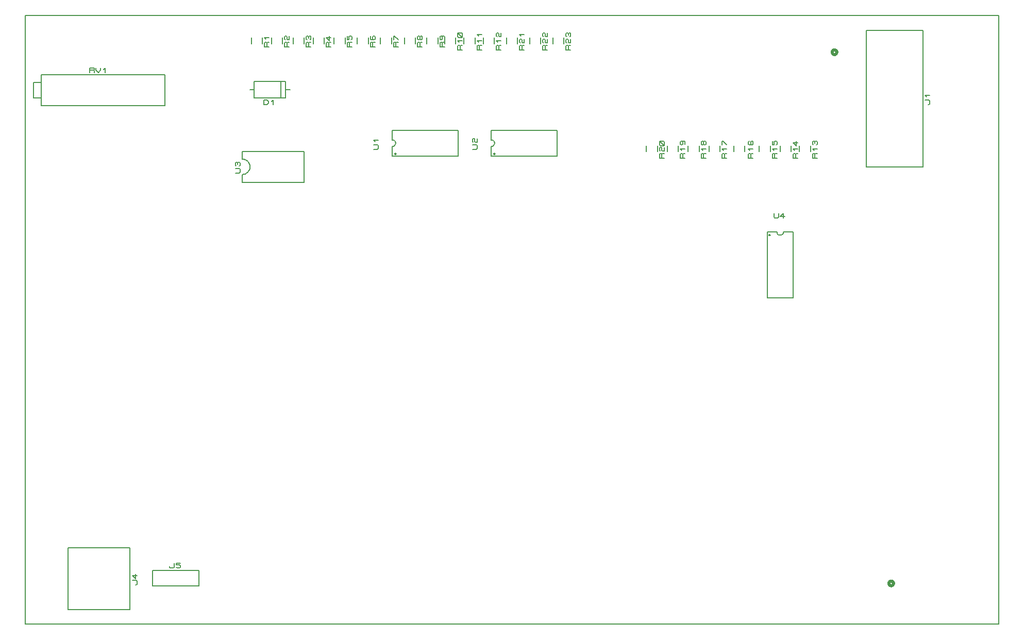
<source format=gbr>
G04 PROTEUS GERBER X2 FILE*
%TF.GenerationSoftware,Labcenter,Proteus,8.13-SP0-Build31525*%
%TF.CreationDate,2024-05-27T19:39:57+00:00*%
%TF.FileFunction,Legend,Top*%
%TF.FilePolarity,Positive*%
%TF.Part,Single*%
%TF.SameCoordinates,{9f387fc5-f7ba-42a6-a927-b5c1fa408f1c}*%
%FSLAX45Y45*%
%MOMM*%
G01*
%TA.AperFunction,Profile*%
%ADD25C,0.203200*%
%TA.AperFunction,Material*%
%ADD28C,0.203200*%
%ADD29C,0.508000*%
%ADD72C,0.152400*%
%ADD73C,0.200000*%
%TD.AperFunction*%
D25*
X-8000000Y-5000000D02*
X+8000000Y-5000000D01*
X+8000000Y+5000000D01*
X-8000000Y+5000000D01*
X-8000000Y-5000000D01*
D28*
X-4234180Y+3649980D02*
X-3716020Y+3649980D01*
X-3716020Y+3916680D01*
X-4234180Y+3916680D01*
X-4234180Y+3649980D01*
X-3797300Y+3652520D02*
X-3797300Y+3914140D01*
X-3644900Y+3784600D02*
X-3716020Y+3784600D01*
X-4234180Y+3784600D02*
X-4305300Y+3784600D01*
X-4076700Y+3538220D02*
X-4076700Y+3614420D01*
X-4025900Y+3614420D01*
X-4000500Y+3589020D01*
X-4000500Y+3563620D01*
X-4025900Y+3538220D01*
X-4076700Y+3538220D01*
X-3949700Y+3589020D02*
X-3924300Y+3614420D01*
X-3924300Y+3538220D01*
D29*
X+5336540Y+4396740D02*
X+5336409Y+4399898D01*
X+5335343Y+4406216D01*
X+5333112Y+4412534D01*
X+5329467Y+4418852D01*
X+5323892Y+4425091D01*
X+5317574Y+4429687D01*
X+5311256Y+4432620D01*
X+5304938Y+4434282D01*
X+5298620Y+4434840D01*
X+5298440Y+4434840D01*
X+5260340Y+4396740D02*
X+5260471Y+4399898D01*
X+5261537Y+4406216D01*
X+5263768Y+4412534D01*
X+5267413Y+4418852D01*
X+5272988Y+4425091D01*
X+5279306Y+4429687D01*
X+5285624Y+4432620D01*
X+5291942Y+4434282D01*
X+5298260Y+4434840D01*
X+5298440Y+4434840D01*
X+5260340Y+4396740D02*
X+5260471Y+4393582D01*
X+5261537Y+4387264D01*
X+5263768Y+4380946D01*
X+5267413Y+4374628D01*
X+5272988Y+4368389D01*
X+5279306Y+4363793D01*
X+5285624Y+4360860D01*
X+5291942Y+4359198D01*
X+5298260Y+4358640D01*
X+5298440Y+4358640D01*
X+5336540Y+4396740D02*
X+5336409Y+4393582D01*
X+5335343Y+4387264D01*
X+5333112Y+4380946D01*
X+5329467Y+4374628D01*
X+5323892Y+4368389D01*
X+5317574Y+4363793D01*
X+5311256Y+4360860D01*
X+5304938Y+4359198D01*
X+5298620Y+4358640D01*
X+5298440Y+4358640D01*
D72*
X+5821680Y+4757420D02*
X+5821680Y+2512060D01*
X+6753860Y+2512060D01*
X+6753860Y+4757420D01*
X+5821680Y+4757420D01*
D28*
X+6837680Y+3533140D02*
X+6850380Y+3533140D01*
X+6863080Y+3545840D01*
X+6863080Y+3596640D01*
X+6850380Y+3609340D01*
X+6786880Y+3609340D01*
X+6812280Y+3660140D02*
X+6786880Y+3685540D01*
X+6863080Y+3685540D01*
X-6273800Y-3746500D02*
X-7289800Y-3746500D01*
X-6273800Y-4762500D02*
X-7289800Y-4762500D01*
X-7289800Y-3746500D02*
X-7289800Y-4762500D01*
X-6273800Y-3746500D02*
X-6273800Y-4762500D01*
X-6187440Y-4356100D02*
X-6174740Y-4356100D01*
X-6162040Y-4343400D01*
X-6162040Y-4292600D01*
X-6174740Y-4279900D01*
X-6238240Y-4279900D01*
X-6187440Y-4178300D02*
X-6187440Y-4254500D01*
X-6238240Y-4203700D01*
X-6162040Y-4203700D01*
X-4432300Y+2641600D02*
X-4432300Y+2768600D01*
X-3416300Y+2768600D01*
X-3416300Y+2260600D01*
X-4432300Y+2260600D01*
X-4432300Y+2387600D01*
X-4305300Y+2514600D02*
X-4307736Y+2540476D01*
X-4314785Y+2564448D01*
X-4326062Y+2586038D01*
X-4341178Y+2604770D01*
X-4359746Y+2620169D01*
X-4381381Y+2631758D01*
X-4405694Y+2639060D01*
X-4432300Y+2641600D01*
X-4305300Y+2514600D02*
X-4307736Y+2487994D01*
X-4314785Y+2463681D01*
X-4326062Y+2442046D01*
X-4341178Y+2423478D01*
X-4359746Y+2408362D01*
X-4381381Y+2397085D01*
X-4405694Y+2390036D01*
X-4432300Y+2387600D01*
X-4544060Y+2413000D02*
X-4480560Y+2413000D01*
X-4467860Y+2425700D01*
X-4467860Y+2476500D01*
X-4480560Y+2489200D01*
X-4544060Y+2489200D01*
X-4531360Y+2527300D02*
X-4544060Y+2540000D01*
X-4544060Y+2578100D01*
X-4531360Y+2590800D01*
X-4518660Y+2590800D01*
X-4505960Y+2578100D01*
X-4493260Y+2590800D01*
X-4480560Y+2590800D01*
X-4467860Y+2578100D01*
X-4467860Y+2540000D01*
X-4480560Y+2527300D01*
X-4505960Y+2552700D02*
X-4505960Y+2578100D01*
D29*
X+6268720Y-4330700D02*
X+6268589Y-4327542D01*
X+6267523Y-4321224D01*
X+6265292Y-4314906D01*
X+6261647Y-4308588D01*
X+6256072Y-4302349D01*
X+6249754Y-4297753D01*
X+6243436Y-4294820D01*
X+6237118Y-4293158D01*
X+6230800Y-4292600D01*
X+6230620Y-4292600D01*
X+6192520Y-4330700D02*
X+6192651Y-4327542D01*
X+6193717Y-4321224D01*
X+6195948Y-4314906D01*
X+6199593Y-4308588D01*
X+6205168Y-4302349D01*
X+6211486Y-4297753D01*
X+6217804Y-4294820D01*
X+6224122Y-4293158D01*
X+6230440Y-4292600D01*
X+6230620Y-4292600D01*
X+6192520Y-4330700D02*
X+6192651Y-4333858D01*
X+6193717Y-4340176D01*
X+6195948Y-4346494D01*
X+6199593Y-4352812D01*
X+6205168Y-4359051D01*
X+6211486Y-4363647D01*
X+6217804Y-4366580D01*
X+6224122Y-4368242D01*
X+6230440Y-4368800D01*
X+6230620Y-4368800D01*
X+6268720Y-4330700D02*
X+6268589Y-4333858D01*
X+6267523Y-4340176D01*
X+6265292Y-4346494D01*
X+6261647Y-4352812D01*
X+6256072Y-4359051D01*
X+6249754Y-4363647D01*
X+6243436Y-4366580D01*
X+6237118Y-4368242D01*
X+6230800Y-4368800D01*
X+6230620Y-4368800D01*
D28*
X-7734300Y+3517900D02*
X-5702300Y+3517900D01*
X-5702300Y+4025900D01*
X-7734300Y+4025900D01*
X-7734300Y+3517900D01*
X-7861300Y+3644900D02*
X-7734300Y+3644900D01*
X-7734300Y+3898900D01*
X-7861300Y+3898900D01*
X-7861300Y+3644900D01*
X-6934200Y+4061460D02*
X-6934200Y+4137660D01*
X-6870700Y+4137660D01*
X-6858000Y+4124960D01*
X-6858000Y+4112260D01*
X-6870700Y+4099560D01*
X-6934200Y+4099560D01*
X-6870700Y+4099560D02*
X-6858000Y+4086860D01*
X-6858000Y+4061460D01*
X-6832600Y+4137660D02*
X-6832600Y+4099560D01*
X-6794500Y+4061460D01*
X-6756400Y+4099560D01*
X-6756400Y+4137660D01*
X-6705600Y+4112260D02*
X-6680200Y+4137660D01*
X-6680200Y+4061460D01*
X-1963420Y+2693148D02*
X-1963420Y+2850310D01*
X-1942802Y+2854352D01*
X-1926175Y+2865454D01*
X-1915074Y+2882081D01*
X-1911032Y+2902698D01*
X-1963420Y+2955086D02*
X-1942802Y+2951044D01*
X-1926175Y+2939942D01*
X-1915074Y+2923315D01*
X-1911032Y+2902698D01*
X-1963420Y+2955086D02*
X-1963420Y+3112248D01*
X-881380Y+2769348D02*
X-881380Y+3036048D01*
X-1930400Y+2693148D02*
X-914400Y+2693148D01*
X-1930400Y+3112248D02*
X-914400Y+3112248D01*
X-1930400Y+2693148D02*
X-1963420Y+2693148D01*
X-1963420Y+3112248D02*
X-1930400Y+3112248D01*
X-881380Y+3036048D02*
X-881380Y+3112248D01*
X-914400Y+3112248D01*
X-914400Y+2693148D02*
X-881380Y+2693148D01*
X-881380Y+2769348D01*
X-1903984Y+2728708D02*
X-1904019Y+2729553D01*
X-1904306Y+2731244D01*
X-1904905Y+2732935D01*
X-1905885Y+2734626D01*
X-1907385Y+2736294D01*
X-1909076Y+2737514D01*
X-1910767Y+2738290D01*
X-1912458Y+2738727D01*
X-1914144Y+2738868D01*
X-1924304Y+2728708D02*
X-1924269Y+2729553D01*
X-1923982Y+2731244D01*
X-1923383Y+2732935D01*
X-1922403Y+2734626D01*
X-1920903Y+2736294D01*
X-1919212Y+2737514D01*
X-1917521Y+2738290D01*
X-1915830Y+2738727D01*
X-1914144Y+2738868D01*
X-1924304Y+2728708D02*
X-1924269Y+2727863D01*
X-1923982Y+2726172D01*
X-1923383Y+2724481D01*
X-1922403Y+2722790D01*
X-1920903Y+2721122D01*
X-1919212Y+2719902D01*
X-1917521Y+2719126D01*
X-1915830Y+2718689D01*
X-1914144Y+2718548D01*
X-1903984Y+2728708D02*
X-1904019Y+2727863D01*
X-1904306Y+2726172D01*
X-1904905Y+2724481D01*
X-1905885Y+2722790D01*
X-1907385Y+2721122D01*
X-1909076Y+2719902D01*
X-1910767Y+2719126D01*
X-1912458Y+2718689D01*
X-1914144Y+2718548D01*
X-2273300Y+2801098D02*
X-2209800Y+2801098D01*
X-2197100Y+2813798D01*
X-2197100Y+2864598D01*
X-2209800Y+2877298D01*
X-2273300Y+2877298D01*
X-2247900Y+2928098D02*
X-2273300Y+2953498D01*
X-2197100Y+2953498D01*
D73*
X-4281000Y+4636813D02*
X-4281000Y+4536813D01*
X-4101000Y+4636813D02*
X-4101000Y+4536813D01*
D28*
X-3989400Y+4485213D02*
X-4065600Y+4485213D01*
X-4065600Y+4548713D01*
X-4052900Y+4561413D01*
X-4040200Y+4561413D01*
X-4027500Y+4548713D01*
X-4027500Y+4485213D01*
X-4027500Y+4548713D02*
X-4014800Y+4561413D01*
X-3989400Y+4561413D01*
X-4040200Y+4612213D02*
X-4065600Y+4637613D01*
X-3989400Y+4637613D01*
D73*
X-3950800Y+4636813D02*
X-3950800Y+4536813D01*
X-3770800Y+4636813D02*
X-3770800Y+4536813D01*
D28*
X-3659200Y+4485213D02*
X-3735400Y+4485213D01*
X-3735400Y+4548713D01*
X-3722700Y+4561413D01*
X-3710000Y+4561413D01*
X-3697300Y+4548713D01*
X-3697300Y+4485213D01*
X-3697300Y+4548713D02*
X-3684600Y+4561413D01*
X-3659200Y+4561413D01*
X-3722700Y+4599513D02*
X-3735400Y+4612213D01*
X-3735400Y+4650313D01*
X-3722700Y+4663013D01*
X-3710000Y+4663013D01*
X-3697300Y+4650313D01*
X-3697300Y+4612213D01*
X-3684600Y+4599513D01*
X-3659200Y+4599513D01*
X-3659200Y+4663013D01*
D73*
X-3595200Y+4636813D02*
X-3595200Y+4536813D01*
X-3415200Y+4636813D02*
X-3415200Y+4536813D01*
D28*
X-3303600Y+4485213D02*
X-3379800Y+4485213D01*
X-3379800Y+4548713D01*
X-3367100Y+4561413D01*
X-3354400Y+4561413D01*
X-3341700Y+4548713D01*
X-3341700Y+4485213D01*
X-3341700Y+4548713D02*
X-3329000Y+4561413D01*
X-3303600Y+4561413D01*
X-3367100Y+4599513D02*
X-3379800Y+4612213D01*
X-3379800Y+4650313D01*
X-3367100Y+4663013D01*
X-3354400Y+4663013D01*
X-3341700Y+4650313D01*
X-3329000Y+4663013D01*
X-3316300Y+4663013D01*
X-3303600Y+4650313D01*
X-3303600Y+4612213D01*
X-3316300Y+4599513D01*
X-3341700Y+4624913D02*
X-3341700Y+4650313D01*
D73*
X-3265000Y+4636813D02*
X-3265000Y+4536813D01*
X-3085000Y+4636813D02*
X-3085000Y+4536813D01*
D28*
X-2973400Y+4485213D02*
X-3049600Y+4485213D01*
X-3049600Y+4548713D01*
X-3036900Y+4561413D01*
X-3024200Y+4561413D01*
X-3011500Y+4548713D01*
X-3011500Y+4485213D01*
X-3011500Y+4548713D02*
X-2998800Y+4561413D01*
X-2973400Y+4561413D01*
X-2998800Y+4663013D02*
X-2998800Y+4586813D01*
X-3049600Y+4637613D01*
X-2973400Y+4637613D01*
D73*
X-2922100Y+4636813D02*
X-2922100Y+4536813D01*
X-2742100Y+4636813D02*
X-2742100Y+4536813D01*
D28*
X-2630500Y+4485213D02*
X-2706700Y+4485213D01*
X-2706700Y+4548713D01*
X-2694000Y+4561413D01*
X-2681300Y+4561413D01*
X-2668600Y+4548713D01*
X-2668600Y+4485213D01*
X-2668600Y+4548713D02*
X-2655900Y+4561413D01*
X-2630500Y+4561413D01*
X-2706700Y+4663013D02*
X-2706700Y+4599513D01*
X-2681300Y+4599513D01*
X-2681300Y+4650313D01*
X-2668600Y+4663013D01*
X-2643200Y+4663013D01*
X-2630500Y+4650313D01*
X-2630500Y+4612213D01*
X-2643200Y+4599513D01*
D73*
X-2541100Y+4636813D02*
X-2541100Y+4536813D01*
X-2361100Y+4636813D02*
X-2361100Y+4536813D01*
D28*
X-2249500Y+4485213D02*
X-2325700Y+4485213D01*
X-2325700Y+4548713D01*
X-2313000Y+4561413D01*
X-2300300Y+4561413D01*
X-2287600Y+4548713D01*
X-2287600Y+4485213D01*
X-2287600Y+4548713D02*
X-2274900Y+4561413D01*
X-2249500Y+4561413D01*
X-2313000Y+4663013D02*
X-2325700Y+4650313D01*
X-2325700Y+4612213D01*
X-2313000Y+4599513D01*
X-2262200Y+4599513D01*
X-2249500Y+4612213D01*
X-2249500Y+4650313D01*
X-2262200Y+4663013D01*
X-2274900Y+4663013D01*
X-2287600Y+4650313D01*
X-2287600Y+4599513D01*
D73*
X-2160100Y+4636813D02*
X-2160100Y+4536813D01*
X-1980100Y+4636813D02*
X-1980100Y+4536813D01*
D28*
X-1868500Y+4485213D02*
X-1944700Y+4485213D01*
X-1944700Y+4548713D01*
X-1932000Y+4561413D01*
X-1919300Y+4561413D01*
X-1906600Y+4548713D01*
X-1906600Y+4485213D01*
X-1906600Y+4548713D02*
X-1893900Y+4561413D01*
X-1868500Y+4561413D01*
X-1944700Y+4599513D02*
X-1944700Y+4663013D01*
X-1932000Y+4663013D01*
X-1868500Y+4599513D01*
D73*
X-1766400Y+4636813D02*
X-1766400Y+4536813D01*
X-1586400Y+4636813D02*
X-1586400Y+4536813D01*
D28*
X-1474800Y+4485213D02*
X-1551000Y+4485213D01*
X-1551000Y+4548713D01*
X-1538300Y+4561413D01*
X-1525600Y+4561413D01*
X-1512900Y+4548713D01*
X-1512900Y+4485213D01*
X-1512900Y+4548713D02*
X-1500200Y+4561413D01*
X-1474800Y+4561413D01*
X-1512900Y+4612213D02*
X-1525600Y+4599513D01*
X-1538300Y+4599513D01*
X-1551000Y+4612213D01*
X-1551000Y+4650313D01*
X-1538300Y+4663013D01*
X-1525600Y+4663013D01*
X-1512900Y+4650313D01*
X-1512900Y+4612213D01*
X-1500200Y+4599513D01*
X-1487500Y+4599513D01*
X-1474800Y+4612213D01*
X-1474800Y+4650313D01*
X-1487500Y+4663013D01*
X-1500200Y+4663013D01*
X-1512900Y+4650313D01*
X-337820Y+2693148D02*
X-337820Y+2850310D01*
X-317202Y+2854352D01*
X-300575Y+2865454D01*
X-289474Y+2882081D01*
X-285432Y+2902698D01*
X-337820Y+2955086D02*
X-317202Y+2951044D01*
X-300575Y+2939942D01*
X-289474Y+2923315D01*
X-285432Y+2902698D01*
X-337820Y+2955086D02*
X-337820Y+3112248D01*
X+744220Y+2769348D02*
X+744220Y+3036048D01*
X-304800Y+2693148D02*
X+711200Y+2693148D01*
X-304800Y+3112248D02*
X+711200Y+3112248D01*
X-304800Y+2693148D02*
X-337820Y+2693148D01*
X-337820Y+3112248D02*
X-304800Y+3112248D01*
X+744220Y+3036048D02*
X+744220Y+3112248D01*
X+711200Y+3112248D01*
X+711200Y+2693148D02*
X+744220Y+2693148D01*
X+744220Y+2769348D01*
X-278384Y+2728708D02*
X-278419Y+2729553D01*
X-278706Y+2731244D01*
X-279305Y+2732935D01*
X-280285Y+2734626D01*
X-281785Y+2736294D01*
X-283476Y+2737514D01*
X-285167Y+2738290D01*
X-286858Y+2738727D01*
X-288544Y+2738868D01*
X-298704Y+2728708D02*
X-298669Y+2729553D01*
X-298382Y+2731244D01*
X-297783Y+2732935D01*
X-296803Y+2734626D01*
X-295303Y+2736294D01*
X-293612Y+2737514D01*
X-291921Y+2738290D01*
X-290230Y+2738727D01*
X-288544Y+2738868D01*
X-298704Y+2728708D02*
X-298669Y+2727863D01*
X-298382Y+2726172D01*
X-297783Y+2724481D01*
X-296803Y+2722790D01*
X-295303Y+2721122D01*
X-293612Y+2719902D01*
X-291921Y+2719126D01*
X-290230Y+2718689D01*
X-288544Y+2718548D01*
X-278384Y+2728708D02*
X-278419Y+2727863D01*
X-278706Y+2726172D01*
X-279305Y+2724481D01*
X-280285Y+2722790D01*
X-281785Y+2721122D01*
X-283476Y+2719902D01*
X-285167Y+2719126D01*
X-286858Y+2718689D01*
X-288544Y+2718548D01*
X-647700Y+2801098D02*
X-584200Y+2801098D01*
X-571500Y+2813798D01*
X-571500Y+2864598D01*
X-584200Y+2877298D01*
X-647700Y+2877298D01*
X-635000Y+2915398D02*
X-647700Y+2928098D01*
X-647700Y+2966198D01*
X-635000Y+2978898D01*
X-622300Y+2978898D01*
X-609600Y+2966198D01*
X-609600Y+2928098D01*
X-596900Y+2915398D01*
X-571500Y+2915398D01*
X-571500Y+2978898D01*
D73*
X-1398100Y+4636813D02*
X-1398100Y+4536813D01*
X-1218100Y+4636813D02*
X-1218100Y+4536813D01*
D28*
X-1106500Y+4485213D02*
X-1182700Y+4485213D01*
X-1182700Y+4548713D01*
X-1170000Y+4561413D01*
X-1157300Y+4561413D01*
X-1144600Y+4548713D01*
X-1144600Y+4485213D01*
X-1144600Y+4548713D02*
X-1131900Y+4561413D01*
X-1106500Y+4561413D01*
X-1157300Y+4663013D02*
X-1144600Y+4650313D01*
X-1144600Y+4612213D01*
X-1157300Y+4599513D01*
X-1170000Y+4599513D01*
X-1182700Y+4612213D01*
X-1182700Y+4650313D01*
X-1170000Y+4663013D01*
X-1119200Y+4663013D01*
X-1106500Y+4650313D01*
X-1106500Y+4612213D01*
D73*
X-1106000Y+4636813D02*
X-1106000Y+4536813D01*
X-926000Y+4636813D02*
X-926000Y+4536813D01*
D28*
X-814400Y+4434413D02*
X-890600Y+4434413D01*
X-890600Y+4497913D01*
X-877900Y+4510613D01*
X-865200Y+4510613D01*
X-852500Y+4497913D01*
X-852500Y+4434413D01*
X-852500Y+4497913D02*
X-839800Y+4510613D01*
X-814400Y+4510613D01*
X-865200Y+4561413D02*
X-890600Y+4586813D01*
X-814400Y+4586813D01*
X-827100Y+4637613D02*
X-877900Y+4637613D01*
X-890600Y+4650313D01*
X-890600Y+4701113D01*
X-877900Y+4713813D01*
X-827100Y+4713813D01*
X-814400Y+4701113D01*
X-814400Y+4650313D01*
X-827100Y+4637613D01*
X-814400Y+4637613D02*
X-890600Y+4713813D01*
D73*
X-788500Y+4636813D02*
X-788500Y+4536813D01*
X-608500Y+4636813D02*
X-608500Y+4536813D01*
D28*
X-496900Y+4434413D02*
X-573100Y+4434413D01*
X-573100Y+4497913D01*
X-560400Y+4510613D01*
X-547700Y+4510613D01*
X-535000Y+4497913D01*
X-535000Y+4434413D01*
X-535000Y+4497913D02*
X-522300Y+4510613D01*
X-496900Y+4510613D01*
X-547700Y+4561413D02*
X-573100Y+4586813D01*
X-496900Y+4586813D01*
X-547700Y+4663013D02*
X-573100Y+4688413D01*
X-496900Y+4688413D01*
D73*
X-471000Y+4636813D02*
X-471000Y+4536813D01*
X-291000Y+4636813D02*
X-291000Y+4536813D01*
D28*
X-179400Y+4434413D02*
X-255600Y+4434413D01*
X-255600Y+4497913D01*
X-242900Y+4510613D01*
X-230200Y+4510613D01*
X-217500Y+4497913D01*
X-217500Y+4434413D01*
X-217500Y+4497913D02*
X-204800Y+4510613D01*
X-179400Y+4510613D01*
X-230200Y+4561413D02*
X-255600Y+4586813D01*
X-179400Y+4586813D01*
X-242900Y+4650313D02*
X-255600Y+4663013D01*
X-255600Y+4701113D01*
X-242900Y+4713813D01*
X-230200Y+4713813D01*
X-217500Y+4701113D01*
X-217500Y+4663013D01*
X-204800Y+4650313D01*
X-179400Y+4650313D01*
X-179400Y+4713813D01*
D73*
X-90000Y+4636813D02*
X-90000Y+4536813D01*
X+90000Y+4636813D02*
X+90000Y+4536813D01*
D28*
X+201600Y+4434413D02*
X+125400Y+4434413D01*
X+125400Y+4497913D01*
X+138100Y+4510613D01*
X+150800Y+4510613D01*
X+163500Y+4497913D01*
X+163500Y+4434413D01*
X+163500Y+4497913D02*
X+176200Y+4510613D01*
X+201600Y+4510613D01*
X+138100Y+4548713D02*
X+125400Y+4561413D01*
X+125400Y+4599513D01*
X+138100Y+4612213D01*
X+150800Y+4612213D01*
X+163500Y+4599513D01*
X+163500Y+4561413D01*
X+176200Y+4548713D01*
X+201600Y+4548713D01*
X+201600Y+4612213D01*
X+150800Y+4663013D02*
X+125400Y+4688413D01*
X+201600Y+4688413D01*
D73*
X+291000Y+4636813D02*
X+291000Y+4536813D01*
X+471000Y+4636813D02*
X+471000Y+4536813D01*
D28*
X+582600Y+4434413D02*
X+506400Y+4434413D01*
X+506400Y+4497913D01*
X+519100Y+4510613D01*
X+531800Y+4510613D01*
X+544500Y+4497913D01*
X+544500Y+4434413D01*
X+544500Y+4497913D02*
X+557200Y+4510613D01*
X+582600Y+4510613D01*
X+519100Y+4548713D02*
X+506400Y+4561413D01*
X+506400Y+4599513D01*
X+519100Y+4612213D01*
X+531800Y+4612213D01*
X+544500Y+4599513D01*
X+544500Y+4561413D01*
X+557200Y+4548713D01*
X+582600Y+4548713D01*
X+582600Y+4612213D01*
X+519100Y+4650313D02*
X+506400Y+4663013D01*
X+506400Y+4701113D01*
X+519100Y+4713813D01*
X+531800Y+4713813D01*
X+544500Y+4701113D01*
X+544500Y+4663013D01*
X+557200Y+4650313D01*
X+582600Y+4650313D01*
X+582600Y+4713813D01*
D73*
X+672000Y+4636813D02*
X+672000Y+4536813D01*
X+852000Y+4636813D02*
X+852000Y+4536813D01*
D28*
X+963600Y+4434413D02*
X+887400Y+4434413D01*
X+887400Y+4497913D01*
X+900100Y+4510613D01*
X+912800Y+4510613D01*
X+925500Y+4497913D01*
X+925500Y+4434413D01*
X+925500Y+4497913D02*
X+938200Y+4510613D01*
X+963600Y+4510613D01*
X+900100Y+4548713D02*
X+887400Y+4561413D01*
X+887400Y+4599513D01*
X+900100Y+4612213D01*
X+912800Y+4612213D01*
X+925500Y+4599513D01*
X+925500Y+4561413D01*
X+938200Y+4548713D01*
X+963600Y+4548713D01*
X+963600Y+4612213D01*
X+900100Y+4650313D02*
X+887400Y+4663013D01*
X+887400Y+4701113D01*
X+900100Y+4713813D01*
X+912800Y+4713813D01*
X+925500Y+4701113D01*
X+938200Y+4713813D01*
X+950900Y+4713813D01*
X+963600Y+4701113D01*
X+963600Y+4663013D01*
X+950900Y+4650313D01*
X+925500Y+4675713D02*
X+925500Y+4701113D01*
X+4197350Y+1442720D02*
X+4354512Y+1442720D01*
X+4358554Y+1422102D01*
X+4369656Y+1405475D01*
X+4386283Y+1394374D01*
X+4406900Y+1390332D01*
X+4459288Y+1442720D02*
X+4455246Y+1422102D01*
X+4444144Y+1405475D01*
X+4427517Y+1394374D01*
X+4406900Y+1390332D01*
X+4459288Y+1442720D02*
X+4616450Y+1442720D01*
X+4273550Y+360680D02*
X+4540250Y+360680D01*
X+4197350Y+1409700D02*
X+4197350Y+393700D01*
X+4616450Y+1409700D02*
X+4616450Y+393700D01*
X+4197350Y+1409700D02*
X+4197350Y+1442720D01*
X+4616450Y+1442720D02*
X+4616450Y+1409700D01*
X+4540250Y+360680D02*
X+4616450Y+360680D01*
X+4616450Y+393700D01*
X+4197350Y+393700D02*
X+4197350Y+360680D01*
X+4273550Y+360680D01*
X+4243070Y+1393444D02*
X+4243035Y+1394289D01*
X+4242748Y+1395980D01*
X+4242149Y+1397671D01*
X+4241169Y+1399362D01*
X+4239669Y+1401030D01*
X+4237978Y+1402250D01*
X+4236287Y+1403026D01*
X+4234596Y+1403463D01*
X+4232910Y+1403604D01*
X+4222750Y+1393444D02*
X+4222785Y+1394289D01*
X+4223072Y+1395980D01*
X+4223671Y+1397671D01*
X+4224651Y+1399362D01*
X+4226151Y+1401030D01*
X+4227842Y+1402250D01*
X+4229533Y+1403026D01*
X+4231224Y+1403463D01*
X+4232910Y+1403604D01*
X+4222750Y+1393444D02*
X+4222785Y+1392599D01*
X+4223072Y+1390908D01*
X+4223671Y+1389217D01*
X+4224651Y+1387526D01*
X+4226151Y+1385858D01*
X+4227842Y+1384638D01*
X+4229533Y+1383862D01*
X+4231224Y+1383425D01*
X+4232910Y+1383284D01*
X+4243070Y+1393444D02*
X+4243035Y+1392599D01*
X+4242748Y+1390908D01*
X+4242149Y+1389217D01*
X+4241169Y+1387526D01*
X+4239669Y+1385858D01*
X+4237978Y+1384638D01*
X+4236287Y+1383862D01*
X+4234596Y+1383425D01*
X+4232910Y+1383284D01*
X+4305300Y+1752600D02*
X+4305300Y+1689100D01*
X+4318000Y+1676400D01*
X+4368800Y+1676400D01*
X+4381500Y+1689100D01*
X+4381500Y+1752600D01*
X+4483100Y+1701800D02*
X+4406900Y+1701800D01*
X+4457700Y+1752600D01*
X+4457700Y+1676400D01*
D73*
X+4723300Y+2862000D02*
X+4723300Y+2762000D01*
X+4903300Y+2862000D02*
X+4903300Y+2762000D01*
D28*
X+5014900Y+2659600D02*
X+4938700Y+2659600D01*
X+4938700Y+2723100D01*
X+4951400Y+2735800D01*
X+4964100Y+2735800D01*
X+4976800Y+2723100D01*
X+4976800Y+2659600D01*
X+4976800Y+2723100D02*
X+4989500Y+2735800D01*
X+5014900Y+2735800D01*
X+4964100Y+2786600D02*
X+4938700Y+2812000D01*
X+5014900Y+2812000D01*
X+4951400Y+2875500D02*
X+4938700Y+2888200D01*
X+4938700Y+2926300D01*
X+4951400Y+2939000D01*
X+4964100Y+2939000D01*
X+4976800Y+2926300D01*
X+4989500Y+2939000D01*
X+5002200Y+2939000D01*
X+5014900Y+2926300D01*
X+5014900Y+2888200D01*
X+5002200Y+2875500D01*
X+4976800Y+2900900D02*
X+4976800Y+2926300D01*
D73*
X+4405800Y+2862000D02*
X+4405800Y+2762000D01*
X+4585800Y+2862000D02*
X+4585800Y+2762000D01*
D28*
X+4697400Y+2659600D02*
X+4621200Y+2659600D01*
X+4621200Y+2723100D01*
X+4633900Y+2735800D01*
X+4646600Y+2735800D01*
X+4659300Y+2723100D01*
X+4659300Y+2659600D01*
X+4659300Y+2723100D02*
X+4672000Y+2735800D01*
X+4697400Y+2735800D01*
X+4646600Y+2786600D02*
X+4621200Y+2812000D01*
X+4697400Y+2812000D01*
X+4672000Y+2939000D02*
X+4672000Y+2862800D01*
X+4621200Y+2913600D01*
X+4697400Y+2913600D01*
D73*
X+4062900Y+2862000D02*
X+4062900Y+2762000D01*
X+4242900Y+2862000D02*
X+4242900Y+2762000D01*
D28*
X+4354500Y+2659600D02*
X+4278300Y+2659600D01*
X+4278300Y+2723100D01*
X+4291000Y+2735800D01*
X+4303700Y+2735800D01*
X+4316400Y+2723100D01*
X+4316400Y+2659600D01*
X+4316400Y+2723100D02*
X+4329100Y+2735800D01*
X+4354500Y+2735800D01*
X+4303700Y+2786600D02*
X+4278300Y+2812000D01*
X+4354500Y+2812000D01*
X+4278300Y+2939000D02*
X+4278300Y+2875500D01*
X+4303700Y+2875500D01*
X+4303700Y+2926300D01*
X+4316400Y+2939000D01*
X+4341800Y+2939000D01*
X+4354500Y+2926300D01*
X+4354500Y+2888200D01*
X+4341800Y+2875500D01*
D73*
X+3643800Y+2862000D02*
X+3643800Y+2762000D01*
X+3823800Y+2862000D02*
X+3823800Y+2762000D01*
D28*
X+3960800Y+2659600D02*
X+3884600Y+2659600D01*
X+3884600Y+2723100D01*
X+3897300Y+2735800D01*
X+3910000Y+2735800D01*
X+3922700Y+2723100D01*
X+3922700Y+2659600D01*
X+3922700Y+2723100D02*
X+3935400Y+2735800D01*
X+3960800Y+2735800D01*
X+3910000Y+2786600D02*
X+3884600Y+2812000D01*
X+3960800Y+2812000D01*
X+3897300Y+2939000D02*
X+3884600Y+2926300D01*
X+3884600Y+2888200D01*
X+3897300Y+2875500D01*
X+3948100Y+2875500D01*
X+3960800Y+2888200D01*
X+3960800Y+2926300D01*
X+3948100Y+2939000D01*
X+3935400Y+2939000D01*
X+3922700Y+2926300D01*
X+3922700Y+2875500D01*
D73*
X+3237400Y+2862000D02*
X+3237400Y+2762000D01*
X+3417400Y+2862000D02*
X+3417400Y+2762000D01*
D28*
X+3529000Y+2659600D02*
X+3452800Y+2659600D01*
X+3452800Y+2723100D01*
X+3465500Y+2735800D01*
X+3478200Y+2735800D01*
X+3490900Y+2723100D01*
X+3490900Y+2659600D01*
X+3490900Y+2723100D02*
X+3503600Y+2735800D01*
X+3529000Y+2735800D01*
X+3478200Y+2786600D02*
X+3452800Y+2812000D01*
X+3529000Y+2812000D01*
X+3452800Y+2875500D02*
X+3452800Y+2939000D01*
X+3465500Y+2939000D01*
X+3529000Y+2875500D01*
D73*
X+2894500Y+2862000D02*
X+2894500Y+2762000D01*
X+3074500Y+2862000D02*
X+3074500Y+2762000D01*
D28*
X+3186100Y+2659600D02*
X+3109900Y+2659600D01*
X+3109900Y+2723100D01*
X+3122600Y+2735800D01*
X+3135300Y+2735800D01*
X+3148000Y+2723100D01*
X+3148000Y+2659600D01*
X+3148000Y+2723100D02*
X+3160700Y+2735800D01*
X+3186100Y+2735800D01*
X+3135300Y+2786600D02*
X+3109900Y+2812000D01*
X+3186100Y+2812000D01*
X+3148000Y+2888200D02*
X+3135300Y+2875500D01*
X+3122600Y+2875500D01*
X+3109900Y+2888200D01*
X+3109900Y+2926300D01*
X+3122600Y+2939000D01*
X+3135300Y+2939000D01*
X+3148000Y+2926300D01*
X+3148000Y+2888200D01*
X+3160700Y+2875500D01*
X+3173400Y+2875500D01*
X+3186100Y+2888200D01*
X+3186100Y+2926300D01*
X+3173400Y+2939000D01*
X+3160700Y+2939000D01*
X+3148000Y+2926300D01*
D73*
X+2551600Y+2862000D02*
X+2551600Y+2762000D01*
X+2731600Y+2862000D02*
X+2731600Y+2762000D01*
D28*
X+2843200Y+2659600D02*
X+2767000Y+2659600D01*
X+2767000Y+2723100D01*
X+2779700Y+2735800D01*
X+2792400Y+2735800D01*
X+2805100Y+2723100D01*
X+2805100Y+2659600D01*
X+2805100Y+2723100D02*
X+2817800Y+2735800D01*
X+2843200Y+2735800D01*
X+2792400Y+2786600D02*
X+2767000Y+2812000D01*
X+2843200Y+2812000D01*
X+2792400Y+2939000D02*
X+2805100Y+2926300D01*
X+2805100Y+2888200D01*
X+2792400Y+2875500D01*
X+2779700Y+2875500D01*
X+2767000Y+2888200D01*
X+2767000Y+2926300D01*
X+2779700Y+2939000D01*
X+2830500Y+2939000D01*
X+2843200Y+2926300D01*
X+2843200Y+2888200D01*
D73*
X+2208700Y+2862000D02*
X+2208700Y+2762000D01*
X+2388700Y+2862000D02*
X+2388700Y+2762000D01*
D28*
X+2500300Y+2659600D02*
X+2424100Y+2659600D01*
X+2424100Y+2723100D01*
X+2436800Y+2735800D01*
X+2449500Y+2735800D01*
X+2462200Y+2723100D01*
X+2462200Y+2659600D01*
X+2462200Y+2723100D02*
X+2474900Y+2735800D01*
X+2500300Y+2735800D01*
X+2436800Y+2773900D02*
X+2424100Y+2786600D01*
X+2424100Y+2824700D01*
X+2436800Y+2837400D01*
X+2449500Y+2837400D01*
X+2462200Y+2824700D01*
X+2462200Y+2786600D01*
X+2474900Y+2773900D01*
X+2500300Y+2773900D01*
X+2500300Y+2837400D01*
X+2487600Y+2862800D02*
X+2436800Y+2862800D01*
X+2424100Y+2875500D01*
X+2424100Y+2926300D01*
X+2436800Y+2939000D01*
X+2487600Y+2939000D01*
X+2500300Y+2926300D01*
X+2500300Y+2875500D01*
X+2487600Y+2862800D01*
X+2500300Y+2862800D02*
X+2424100Y+2939000D01*
X-5905500Y-4368800D02*
X-5143500Y-4368800D01*
X-5143500Y-4114800D01*
X-5905500Y-4114800D01*
X-5905500Y-4368800D01*
X-5626100Y-4053840D02*
X-5626100Y-4066540D01*
X-5613400Y-4079240D01*
X-5562600Y-4079240D01*
X-5549900Y-4066540D01*
X-5549900Y-4003040D01*
X-5448300Y-4003040D02*
X-5511800Y-4003040D01*
X-5511800Y-4028440D01*
X-5461000Y-4028440D01*
X-5448300Y-4041140D01*
X-5448300Y-4066540D01*
X-5461000Y-4079240D01*
X-5499100Y-4079240D01*
X-5511800Y-4066540D01*
M02*

</source>
